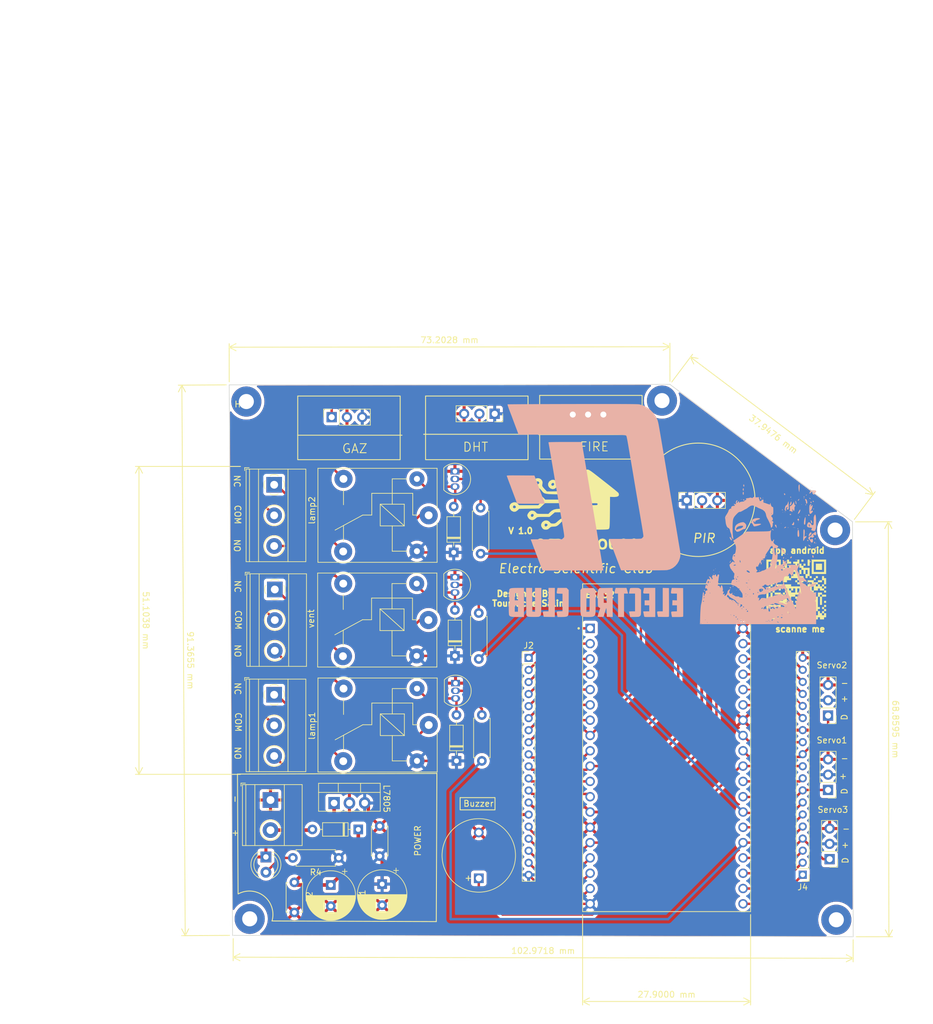
<source format=kicad_pcb>
(kicad_pcb (version 20221018) (generator pcbnew)
  (layers (0 "F.Cu" signal) (31 "B.Cu" signal) (34 "B.Paste" user) (35 "F.Paste" user) (36 "B.SilkS" user "B.Silkscreen") (37 "F.SilkS" user "F.Silkscreen") (38 "B.Mask" user) (39 "F.Mask" user) (44 "Edge.Cuts" user))
  (net 0 "")
  (net 1 "I05")
  (net 2 "GND1")
  (net 3 "+12V")
  (net 4 "EXR_5V")
  (net 5 "Net-(D1-A)")
  (net 6 "Net-(D2-A)")
  (net 7 "Net-(D3-A)")
  (net 8 "Net-(D4-A)")
  (net 9 "Net-(D5-A)")
  (net 10 "3v3")
  (net 11 "EN")
  (net 12 "VP")
  (net 13 "VN")
  (net 14 "I034")
  (net 15 "I035")
  (net 16 "I032")
  (net 17 "I033")
  (net 18 "I025")
  (net 19 "I026")
  (net 20 "I027")
  (net 21 "I014")
  (net 22 "I012")
  (net 23 "IO13")
  (net 24 "SD2")
  (net 25 "SD3")
  (net 26 "CMD")
  (net 27 "CLK")
  (net 28 "SD0")
  (net 29 "SD1")
  (net 30 "I015")
  (net 31 "I02")
  (net 32 "I00")
  (net 33 "I04")
  (net 34 "I016")
  (net 35 "I017")
  (net 36 "I018")
  (net 37 "I019")
  (net 38 "I021")
  (net 39 "RXD0")
  (net 40 "TXD0")
  (net 41 "I022")
  (net 42 "I023")
  (net 43 "Net-(J12-Pin_1)")
  (net 44 "Net-(J12-Pin_2)")
  (net 45 "Net-(J12-Pin_3)")
  (net 46 "Net-(J13-Pin_1)")
  (net 47 "Net-(J13-Pin_2)")
  (net 48 "Net-(J13-Pin_3)")
  (net 49 "Net-(J14-Pin_1)")
  (net 50 "Net-(J14-Pin_2)")
  (net 51 "Net-(J14-Pin_3)")
  (net 52 "Net-(Q1-B)")
  (net 53 "Net-(Q2-B)")
  (net 54 "Net-(Q3-B)")
  (footprint "img:logoapp" (layer "F.Cu") (at 122.170791 107.743591)
    (fp_text reference "G***" hide)
    (fp_text value "LOGO" hide)
  )
  (footprint "Package_TO_SOT_THT:TO-220-3_Vertical" (layer "F.Cu") (at 45.466 143.2358)
    (fp_text reference "U3" hide)
    (fp_text value "L7805" hide)
  )
  (footprint "MountingHole:MountingHole_2.5mm_Pad_TopBottom" (layer "F.Cu") (at 31.4452 162.4584)
    (fp_text reference "H2" hide)
    (fp_text value "MountingHole")
  )
  (footprint "Resistor_THT:R_Axial_DIN0207_L6.3mm_D2.5mm_P7.62mm_Horizontal" (layer "F.Cu") (at 46.228 152.3492 180)
    (fp_text reference "R4")
    (fp_text value "R")
  )
  (footprint "Capacitor_THT:CP_Radial_D8.0mm_P3.50mm" (layer "F.Cu") (at 53.4416 156.690949 -90)
    (fp_text reference "C3" hide)
    (fp_text value "C_Polarized_Small_US")
  )
  (footprint "LED_THT:LED_D4.0mm" (layer "F.Cu") (at 34.1376 152.1918 -90)
    (fp_text reference "D5" hide)
    (fp_text value "LED")
  )
  (footprint "Connector_PinHeader_2.00mm:PinHeader_1x19_P2.00mm_Vertical" (layer "F.Cu") (at 77.7748 119.158)
    (fp_text reference "J2")
    (fp_text value "Conn_01x19_Female" hide)
  )
  (footprint "Buzzer_Beeper:MagneticBuzzer_ProSignal_ABI-010-RC" (layer "F.Cu") (at 69.4944 155.7328 90)
    (fp_text reference "BZ1" hide)
    (fp_text value "Buzzer")
  )
  (footprint "MountingHole:MountingHole_2.5mm_Pad_TopBottom" (layer "F.Cu") (at 30.8864 76.6064)
    (fp_text reference "H1")
    (fp_text value "MountingHole")
  )
  (footprint "Connector_PinSocket_2.54mm:PinSocket_1x03_P2.54mm_Vertical" (layer "F.Cu") (at 72.136 78.6384 -90)
    (fp_text reference "J15" hide)
    (fp_text value "dht")
  )
  (footprint "Diode_THT:D_DO-35_SOD27_P7.62mm_Horizontal" (layer "F.Cu") (at 65.3288 101.6508 90)
    (fp_text reference "D2" hide)
    (fp_text value "1N4448")
  )
  (footprint "Diode_THT:D_DO-35_SOD27_P7.62mm_Horizontal" (layer "F.Cu") (at 65.786 136.2456 90)
    (fp_text reference "D1" hide)
    (fp_text value "1N4448")
  )
  (footprint "Capacitor_THT:C_Disc_D4.7mm_W2.5mm_P5.00mm" (layer "F.Cu") (at 38.862 156.4024 -90)
    (fp_text reference "C2")
    (fp_text value "C_Small")
  )
  (footprint "Connector_PinHeader_2.54mm:PinHeader_1x03_P2.54mm_Vertical" (layer "F.Cu") (at 127.508 141.0716 180)
    (fp_text reference "J9" hide)
    (fp_text value "servo1")
  )
  (footprint "Package_TO_SOT_THT:TO-92_Inline" (layer "F.Cu") (at 65.532 88.1888 -90)
    (fp_text reference "Q2" hide)
    (fp_text value "2N3904")
  )
  (footprint "Resistor_THT:R_Axial_DIN0207_L6.3mm_D2.5mm_P7.62mm_Horizontal" (layer "F.Cu") (at 70.0024 136.2456 90)
    (fp_text reference "R1" hide)
    (fp_text value "R")
  )
  (footprint "Relay_THT:Relay_SPDT_SANYOU_SRD_Series_Form_C" (layer "F.Cu") (at 61.1828 130.2956 180)
    (fp_text reference "K1" hide)
    (fp_text value "relay1" hide)
  )
  (footprint "Resistor_THT:R_Axial_DIN0207_L6.3mm_D2.5mm_P7.62mm_Horizontal" (layer "F.Cu") (at 69.4944 119.3292 90)
    (fp_text reference "R3" hide)
    (fp_text value "R")
  )
  (footprint "Diode_THT:D_DO-35_SOD27_P7.62mm_Horizontal" (layer "F.Cu") (at 49.4792 147.6248 180)
    (fp_text reference "D4" hide)
    (fp_text value "1N4448" hide)
  )
  (footprint "Connector_PinSocket_2.54mm:PinSocket_1x03_P2.54mm_Vertical" (layer "F.Cu") (at 104.0384 93.0148 90)
    (fp_text reference "J7" hide)
    (fp_text value "PIR")
  )
  (footprint "Connector_PinHeader_2.54mm:PinHeader_1x03_P2.54mm_Vertical" (layer "F.Cu") (at 127.508 128.7272 180)
    (fp_text reference "J10" hide)
    (fp_text value "servo2")
  )
  (footprint "Capacitor_THT:C_Disc_D4.7mm_W2.5mm_P5.00mm" (layer "F.Cu") (at 53.0352 152.0552 90)
    (fp_text reference "C4" hide)
    (fp_text value "C_Small")
  )
  (footprint "MountingHole:MountingHole_2.5mm_Pad_TopBottom" (layer "F.Cu") (at 99.9236 76.454)
    (fp_text reference "H3" hide)
    (fp_text value "MountingHole")
  )
  (footprint "TerminalBlock_Phoenix:TerminalBlock_Phoenix_MKDS-1,5-2_1x02_P5.00mm_Horizontal" (layer "F.Cu") (at 34.8994 142.7372 -90)
    (fp_text reference "J5" hide)
    (fp_text value "Screw_Terminal_01x02" hide)
  )
  (footprint "Package_TO_SOT_THT:TO-92_Inline" (layer "F.Cu") (at 65.532 105.7656 -90)
    (fp_text reference "Q3" hide)
    (fp_text value "2N3904")
  )
  (footprint "Connector_PinSocket_2.54mm:PinSocket_1x03_P2.54mm_Vertical" (layer "F.Cu") (at 85.105 78.7658 90)
    (fp_text reference "J8" hide)
    (fp_text value "FIRE")
  )
  (footprint "Capacitor_THT:CP_Radial_D8.0mm_P3.50mm" (layer "F.Cu") (at 44.9072 156.843349 -90)
    (fp_text reference "C1")
    (fp_text value "C_Polarized_Small_US" hide)
  )
  (footprint "Relay_THT:Relay_SPDT_SANYOU_SRD_Series_Form_C" (layer "F.Cu") (at 61.132 112.8712 180)
    (fp_text reference "K3" hide)
    (fp_text value "relay1")
  )
  (footprint "TerminalBlock_Phoenix:TerminalBlock_Phoenix_MKDS-1,5-3-5.08_1x03_P5.08mm_Horizontal" (layer "F.Cu") (at 35.5092 125.2728 -90)
    (fp_text reference "J12" hide)
    (fp_text value "Conn_01x03" hide)
  )
  (footprint "TerminalBlock_Phoenix:TerminalBlock_Phoenix_MKDS-1,5-3-5.08_1x03_P5.08mm_Horizontal" (layer "F.Cu") (at 35.509 90.419 -90)
    (fp_text reference "J13" hide)
    (fp_text value "Conn_01x03" hide)
  )
  (footprint "MountingHole:MountingHole_2.5mm_Pad_TopBottom" (layer "F.Cu") (at 128.6764 97.9424)
    (fp_text reference "H5" hide)
    (fp_text value "MountingHole")
  )
  (footprint "Connector_PinSocket_2.54mm:PinSocket_1x03_P2.54mm_Vertical" (layer "F.Cu") (at 45.0596 79.1972 90)
    (fp_text reference "J6" hide)
    (fp_text value "GAZ")
  )
  (footprint "esp:MODULE_ESP32-DEVKITC-32D" (layer "F.Cu") (at 100.6856 134.0092)
    (fp_text reference "U1" hide)
    (fp_text value "ESP32-DEVKITC-32D")
  )
  (footprint "Relay_THT:Relay_SPDT_SANYOU_SRD_Series_Form_C" (layer "F.Cu") (at 61.1716 95.4928 180)
    (fp_text reference "K2" hide)
    (fp_text value "relay1")
  )
  (footprint "Diode_THT:D_DO-35_SOD27_P7.62mm_Horizontal" (layer "F.Cu") (at 65.532 118.8212 90)
    (fp_text reference "D3" hide)
    (fp_text value "1N4448")
  )
  (footprint "Connector_PinHeader_2.54mm:PinHeader_1x03_P2.54mm_Vertical" (layer "F.Cu") (at 127.762 152.5524 180)
    (fp_text reference "J11" hide)
    (fp_text value "servo3")
  )
  (footprint "Resistor_THT:R_Axial_DIN0207_L6.3mm_D2.5mm_P7.62mm_Horizontal" (layer "F.Cu") (at 69.7992 101.854 90)
    (fp_text reference "R2" hide)
    (fp_text value "R")
  )
  (footprint "img:logo7" (layer "F.Cu") (at 85.4964 93.726)
    (fp_text reference "G***" hide)
    (fp_text value "LOGO" hide)
  )
  (footprint "Package_TO_SOT_THT:TO-92_Inline" (layer "F.Cu") (at 65.6292 123.3424 -90)
    (fp_text reference "Q1" hide)
    (fp_text value "2N3904")
  )
  (footprint "TerminalBlock_Phoenix:TerminalBlock_Phoenix_MKDS-1,5-3-5.08_1x03_P5.08mm_Horizontal" (layer "F.Cu") (at 35.6108 107.7976 -90)
    (fp_text reference "J14" hide)
    (fp_text value "Conn_01x03" hide)
  )
  (footprint "MountingHole:MountingHole_2.5mm_Pad_TopBottom" (layer "F.Cu") (at 128.8796 162.6108)
    (fp_text reference "H4" hide)
    (fp_text value "MountingHole")
  )
  (footprint "Connector_PinHeader_2.00mm:PinHeader_1x19_P2.00mm_Vertical" (layer "F.Cu") (at 123.2916 155.1392 180)
    (fp_text reference "J4")
    (fp_text value "Conn_01x19_Female")
  )
  (footprint "img:logog17" (layer "B.Cu") (at 115.8748 101.9556 180)
    (fp_text reference "G***" hide)
    (fp_text value "LOGO" hide)
  )
  (footprint "img:elec1" (layer "B.Cu") (at 88.4936 94.3356 180)
    (fp_text reference "")
    (fp_text value "LOGO" hide)
  )
  (gr_line (start 60.325 82.042) (end 77.6478 82.042) (stroke (width 0.15)) (layer "F.SilkS"))
  (gr_rect (start 66.3956 142.3416) (end 72.1868 144.3736) (stroke (width 0.15)) (fill none) (layer "F.SilkS"))
  (gr_rect (start 60.6552 75.692) (end 77.6732 86.2584) (stroke (width 0.15)) (fill none) (layer "F.SilkS"))
  (gr_rect (start 79.6036 75.5904) (end 96.6216 86.1568) (stroke (width 0.15)) (fill none) (layer "F.SilkS"))
  (gr_line (start 29.4132 138.43) (end 62.5348 138.3284) (stroke (width 0.15)) (layer "F.SilkS"))
  (gr_rect (start 39.4208 75.692) (end 56.4388 86.2584) (stroke (width 0.15)) (fill none) (layer "F.SilkS"))
  (gr_line (start 39.4208 82.1944) (end 56.7436 82.1944) (stroke (width 0.15)) (layer "F.SilkS"))
  (gr_circle (center 105.955492 92.9132) (end 112.610292 86.2584) (stroke (width 0.15)) (fill none) (layer "F.SilkS"))
  (gr_line (start 62.4332 162.9156) (end 35.1536 162.814) (stroke (width 0.15)) (layer "F.SilkS"))
  (gr_line (start 62.5348 138.2776) (end 62.4332 162.9156) (stroke (width 0.15)) (layer "F.SilkS"))
  (gr_arc (start 29.532654 158.32546) (mid 33.836268 158.699886) (end 35.1536 162.814) (stroke (width 0.15)) (layer "F.SilkS"))
  (gr_line (start 29.5148 158.2928) (end 29.4132 138.43) (stroke (width 0.15)) (layer "F.SilkS"))
  (gr_line (start 79.4258 82.0928) (end 96.7486 82.0928) (stroke (width 0.15)) (layer "F.SilkS"))
  (gr_line (start 131.6736 165.4302) (end 131.572 96.5708) (stroke (width 0.1)) (layer "Edge.Cuts"))
  (gr_line (start 131.572 96.5708) (end 101.2444 73.7616) (stroke (width 0.1)) (layer "Edge.Cuts"))
  (gr_line (start 28.0416 73.8378) (end 101.2444 73.7616) (stroke (width 0.1)) (layer "Edge.Cuts"))
  (gr_line (start 28.6004 165.2016) (end 28.0416 73.8378) (stroke (width 0.1)) (layer "Edge.Cuts"))
  (gr_line (start 131.6736 165.4302) (end 28.6004 165.2016) (stroke (width 0.1)) (layer "Edge.Cuts"))
  (gr_text "scanne me" (at 118.618 114.9604) (layer "F.SilkS") (effects (font (size 1 1) (thickness 0.25) bold) (justify left bottom)))
  (gr_text "COM" (at 28.956 128.1176 -90) (layer "F.SilkS") (effects (font (size 1 1)) (justify left bottom)))
  (gr_text "GAZ" (at 46.6852 85.2932) (layer "F.SilkS") (effects (font (size 1.5 1.5)) (justify left bottom)))
  (gr_text "vent" (at 42.2148 114.3 90) (layer "F.SilkS") (effects (font (size 1 1)) (justify left bottom)))
  (gr_text "+\n" (at 129.286 139.3444) (layer "F.SilkS") (effects (font (size 1 1)) (justify left bottom)))
  (gr_text "POWER" (at 59.944 152.146 90) (layer "F.SilkS") (effects (font (size 1 1)) (justify left bottom)))
  (gr_text "D" (at 130.81 129.5908 90) (layer "F.SilkS") (effects (font (size 1 1)) (justify left bottom)))
  (gr_text "Servo2\n" (at 125.5268 120.9548) (layer "F.SilkS") (effects (font (size 1 1)) (justify left bottom)))
  (gr_text "lamp1" (at 42.3672 132.842 90) (layer "F.SilkS") (effects (font (size 1 1)) (justify left bottom)))
  (gr_text "ESP32" (at 89.5604 109.2708) (layer "F.SilkS") (effects (font (size 1 1) (thickness 0.25) bold italic) (justify bottom)))
  (gr_text "PIR" (at 104.902 100.1776) (layer "F.SilkS") (effects (font (size 1.5 1.5) (thickness 0.2) bold italic) (justify left bottom)))
  (gr_text "+" (at 129.54 126.492) (layer "F.SilkS") (effects (font (size 1 1)) (justify left bottom)))
  (gr_text "Servo3" (at 125.6792 144.9324) (layer "F.SilkS") (effects (font (size 1 1)) (justify left bottom)))
  (gr_text "-" (at 129.794 148.082) (layer "F.SilkS") (effects (font (size 1 1)) (justify left bottom)))
  (gr_text "+" (at 129.6416 150.7744) (layer "F.SilkS") (effects (font (size 1 1)) (justify left bottom)))
  (gr_text "Electro Scientific Club" (at 72.644 105.2068) (layer "F.SilkS") (effects (font (size 1.5 1.5) (thickness 0.2) bold italic) (justify left bottom)))
  (gr_text "FIRE\n" (at 86.1568 84.9884) (layer "F.SilkS") (effects (font (size 1.5 1.5)) (justify left bottom)))
  (gr_text "COM" (at 28.956 111.1504 -90) (layer "F.SilkS") (effects (font (size 1 1)) (justify left bottom)))
  (gr_text "app android" (at 117.6528 101.9048) (layer "F.SilkS") (effects (font (size 1 1) (thickness 0.25) bold) (justify left bottom)))
  (gr_text " Designed By \nToumache Salim\n" (at 71.5772 110.6932) (layer "F.SilkS") (effects (font (size 1 1) (thickness 0.25) bold) (justify left bottom)))
  (gr_text "NC" (at 28.7528 88.6968 -90) (layer "F.SilkS") (effects (font (size 1 1)) (justify left bottom)))
  (gr_text "-" (at 129.54 136.398) (layer "F.SilkS") (effects (font (size 1 1)) (justify left bottom)))
  (gr_text "NC" (at 28.8544 123.1392 -90) (layer "F.SilkS") (effects (font (size 1 1)) (justify left bottom)))
  (gr_text "NC" (at 28.8544 106.172 -90) (layer "F.SilkS") (effects (font (size 1 1)) (justify left bottom)))
  (gr_text "NO" (at 28.7528 99.3648 -90) (layer "F.SilkS") (effects (font (size 1 1)) (justify left bottom)))
  (gr_text "-" (at 29.5148 143.3068 90) (layer "F.SilkS") (effects (font (size 1 1)) (justify left bottom)))
  (gr_text "DHT" (at 66.7512 85.0392) (layer "F.SilkS") (effects (font (size 1.5 1.5)) (justify left bottom)))
  (gr_text "D" (at 130.81 141.8844 90) (layer "F.SilkS") (effects (font (size 1 1)) (justify left bottom)))
  (gr_text "Buzzer" (at 66.8528 143.9164) (layer "F.SilkS") (effects (font (size 1 1)) (justify left bottom)))
  (gr_text "Servo1" (at 125.5268 133.4008) (layer "F.SilkS") (effects (font (size 1 1)) (justify left bottom)))
  (gr_text "NO" (at 28.8544 116.84 -90) (layer "F.SilkS") (effects (font (size 1 1)) (justify left bottom)))
  (gr_text "COM" (at 28.8544 93.6752 -90) (layer "F.SilkS") (effects (font (size 1 1)) (justify left bottom)))
  (gr_text "+" (at 28.3464 148.7424) (layer "F.SilkS") (effects (font (size 1 1)) (justify left bottom)))
  (gr_text "V 1.0" (at 74.2696 98.6536) (layer "F.SilkS") (effects (font (size 1 1) (thickness 0.25) bold) (justify left bottom)))
  (gr_text "D" (at 130.9624 153.3652 90) (layer "F.SilkS") (effects (font (size 1 1)) (justify left bottom)))
  (gr_text "L7805" (at 53.594 140.1064 270) (layer "F.SilkS") (effects (font (size 1 1)) (justify left bottom)))
  (gr_text "NO" (at 28.8544 133.8072 -90) (layer "F.SilkS") (effects (font (size 1 1)) (justify left bottom)))
  (gr_text "lamp2" (at 42.3672 97.0788 90) (layer "F.SilkS") (effects (font (size 1 1)) (justify left bottom)))
  (gr_text "-\n" (at 129.54 123.9012) (layer "F.SilkS") (effects (font (size 1 1)) (justify left bottom)))
  (dimension (type aligned) (layer "F.SilkS") (pts (xy 101.2444 73.7616) (xy 28.0416 73.8378)) (height 6.248922) (gr_text "73.2028 mm" (at 64.635298 66.400782 0.05964166428) (layer "F.SilkS") (effects (font (size 1 1) (thickness 0.15)))) (format (units 3) (units_format 1) (precision 4)) (style (thickness 0.15) (arrow_length 1.27) (text_position_mode 0) (extension_height 0.58642) (extension_offset 0.5) keep_text_aligned))
  (dimension (type aligned) (layer "F.SilkS") (pts (xy 86.7356 161.2592) (xy 114.6356 161.2592)) (height 14.9152) (gr_text "27.9000 mm" (at 100.6856 175.0244) (layer "F.SilkS") (effects (font (size 1 1) (thickness 0.15)))) (format (units 3) (units_format 1) (precision 4)) (style (thickness 0.15) (arrow_length 1.27) (text_position_mode 0) (extension_height 0.58642) (extension_offset 0.5) keep_text_aligned))
  (dimension (type aligned) (layer "F.SilkS") (pts (xy 131.572 96.5708) (xy 131.6736 165.4302)) (height -5.937344) (gr_text "68.8595 mm" (at 138.710137 130.990043 270.0845382) (layer "F.SilkS") (effects (font (size 1 1) (thickness 0.15)))) (format (units 3) (units_format 1) (precision 4)) (style (thickness 0.15) (arrow_length 1.27) (text_position_mode 0) (extension_height 0.58642) (extension_offset 0.5) keep_text_aligned))
  (dimension (type aligned) (layer "F.SilkS") (pts (xy 28.702 165.2524) (xy 131.6736 165.4302)) (height 3.573661) (gr_text "102.9718 mm" (at 80.183615 167.764958 359.9010681) (layer "F.SilkS") (effects (font (size 1 1) (thickness 0.15)))) (format (units 3) (units_format 1) (precision 4)) (style (thickness 0.15) (arrow_length 1.27) (text_position_mode 0) (extension_height 0.58642) (extension_offset 0.5) keep_text_aligned))
  (dimension (type aligned) (layer "F.SilkS") (pts (xy 30.409 87.379) (xy 30.4092 138.4828)) (height 17.354069) (gr_text "51.1038 mm" (at 14.205031 112.930964 270.0002242) (layer "F.SilkS") (effects (font (size 1 1) (thickness 0.15)))) (format (units 3) (units_format 1) (precision 4)) (style (thickness 0.15) (arrow_length 1.27) (text_position_mode 0) (extension_height 0.58642) (extension_offset 0.5) keep_text_aligned))
  (dimension (type aligned) (layer "F.SilkS") (pts (xy 101.2444 73.7616) (xy 131.572 96.5708)) (height -5.66629) (gr_text "37.9476 mm" (at 118.4148 82.042 323.0534012) (layer "F.SilkS") (effects (font (size 1 1) (thickness 0.15)))) (format (units 3) (units_format 1) (precision 4)) (style (thickness 0.15) (arrow_length 1.27) (text_position_mode 2) (extension_height 0.58642) (extension_offset 0.5) keep_text_aligned))
  (dimension (type aligned) (layer "F.SilkS") (pts (xy 28.0416 73.8378) (xy 28.6004 165.2016)) (height 7.864405) (gr_text "91.3655 mm" (at 21.60672 119.560765 270.3504285) (layer "F.SilkS") (effects (font (size 1 1) (thickness 0.15)))) (format (units 3) (units_format 1) (precision 4)) (style (thickness 0.15) (arrow_length 1.27) (text_position_mode 0) (extension_height 0.58642) (extension_offset 0.5) keep_text_aligned))
  (segment (start 69.4944 155.7328) (end 69.4944 157.7848) (width 0.4) (layer "F.Cu") (net 1))
  (segment (start 73.4568 161.7472) (end 88.3412 161.7472) (width 0.4) (layer "F.Cu") (net 1))
  (segment (start 112.9792 137.1092) (end 113.3856 137.1092) (width 0.4) (layer "F.Cu") (net 1))
  (segment (start 69.4944 157.7848) (end 73.4568 161.7472) (width 0.4) (layer "F.Cu") (net 1))
  (segment (start 123.2616 137.1092) (end 123.2916 137.1392) (width 0.4) (layer "F.Cu") (net 1))
  (segment (start 88.3412 161.7472) (end 112.9792 137.1092) (width 0.4) (layer "F.Cu") (net 1))
  (segment (start 113.3856 137.1092) (end 123.2616 137.1092) (width 0.4) (layer "F.Cu") (net 1))
  (segment (start 44.9072 156.843349) (end 39.302949 156.843349) (width 0.6) (layer "F.Cu") (net 3))
  (segment (start 49.4792 147.6248) (end 49.4792 152.271349) (width 0.6) (layer "F.Cu") (net 3))
  (segment (start 49.4792 152.271349) (end 44.9072 156.843349) (width 0.6) (layer "F.Cu") (net 3))
  (segment (start 45.466 149.7984) (end 38.862 156.4024) (width 0.6) (layer "F.Cu") (net 3))
  (segment (start 45.466 143.2358) (end 45.466 149.7984) (width 0.6) (layer "F.Cu") (net 3))
  (segment (start 39.302949 156.843349) (end 38.862 156.4024) (width 0.6) (layer "F.Cu") (net 3))
  (segment (start 51.992149 156.690949) (end 53.4416 156.690949) (width 0.55) (layer "F.Cu") (net 4))
  (segment (start 65.532 118.8212) (end 59.182 118.8212) (width 0.4) (layer "F.Cu") (net 4))
  (segment (start 59.4296 101.6508) (end 59.2216 101.4428) (width 0.4) (layer "F.Cu") (net 4))
  (segment (start 51.1556 155.8544) (end 51.992149 156.690949) (width 0.55) (layer "F.Cu") (net 4))
  (segment (start 50.546 143.2358) (end 51.1556 143.8454) (width 0.55) (layer "F.Cu") (net 4))
  (segment (start 82.586 159.9692) (end 77.7748 155.158) (width 0.4) (layer "F.Cu") (net 4))
  (segment (start 51.1556 143.8454) (end 51.1556 155.8544) (width 0.55) (layer "F.Cu") (net 4))
  (segment (start 65.3288 101.6508) (end 59.4296 101.6508) (width 0.4) (layer "F.Cu") (net 4))
  (segment (start 53.4416 152.4616) (end 53.0352 152.0552) (width 0.55) (layer "F.Cu") (net 4))
  (segment (start 53.4416 156.690949) (end 53.4416 152.4616) (width 0.55) (layer "F.Cu") (net 4))
  (segment (start 87.9856 159.9692) (end 82.586 159.9692) (width 0.4) (layer "F.Cu") (net 4))
  (segment (start 65.786 136.2456) (end 59.2328 136.2456) (width 0.4) (layer "F.Cu") (net 4))
  (segment (start 65.786 128.6256) (end 65.786 126.0392) (width 0.4) (layer "F.Cu") (net 5))
  (segment (start 60.8696 125.8824) (end 59.2328 124.2456) (width 0.4) (layer "F.Cu") (net 5))
  (segment (start 65.786 126.0392) (end 65.6292 125.8824) (width 0.4) (layer "F.Cu") (net 5))
  (segment (start 65.6292 125.8824) (end 60.8696 125.8824) (width 0.4) (layer "F.Cu") (net 5))
  (segment (start 65.5828 90.7796) (end 65.532 90.7288) (width 0.4) (layer "F.Cu") (net 6))
  (segment (start 65.532 90.7288) (end 60.5076 90.7288) (width 0.4) (layer "F.Cu") (net 6))
  (segment (start 65.5828 93.7768) (end 65.5828 90.7796) (width 0.4) (layer "F.Cu") (net 6))
  (segment (start 60.5076 90.7288) (end 59.2216 89.4428) (width 0.4) (layer "F.Cu") (net 6))
  (segment (start 65.3288 94.0308) (end 65.5828 93.7768) (width 0.4) (layer "F.Cu") (net 6))
  (segment (start 65.532 111.2012) (end 65.532 108.3056) (width 0.4) (layer "F.Cu") (net 7))
  (segment (start 60.3814 108.3056) (end 65.532 108.3056) (width 0.4) (layer "F.Cu") (net 7))
  (segment (start 59.182 106.8212) (end 59.182 107.1062) (width 0.4) (layer "F.Cu") (net 7))
  (segment (start 59.182 107.1062) (end 60.3814 108.3056) (width 0.4) (layer "F.Cu") (net 7))
  (segment (start 41.7468 147.7372) (end 35.5708 147.7372) (width 0.6) (layer "F.Cu") (net 8))
  (segment (start 41.8592 147.6248) (end 41.7468 147.7372) (width 0.4) (layer "F.Cu") (net 8))
  (segment (start 41.7976 147.6864) (end 41.8592 147.6248) (width 0.4) (layer "F.Cu") (net 8))
  (segment (start 35.5708 147.7372) (end 35.56 147.7264) (width 0.4) (layer "F.Cu") (net 8))
  (segment (start 36.5202 152.3492) (end 34.1376 154.7318) (width 0.4) (layer "F.Cu") (net 9))
  (segment (start 38.608 152.3492) (end 36.5202 152.3492) (width 0.4) (layer "F.Cu") (net 9))
  (segment (start 87.9856 114.2492) (end 82.6836 114.2492) (width 0.4) (layer "F.Cu") (net 10))
  (segment (start 82.6836 114.2492) (end 77.7748 119.158) (width 0.4) (layer "F.Cu") (net 10))
  (segment (start 82.1436 116.7892) (end 77.7748 121.158) (width 0.4) (layer "F.Cu") (net 11))
  (segment (start 87.9856 116.7892) (end 82.1436 116.7892) (width 0.4) (layer "F.Cu") (net 11))
  (segment (start 81.6036 119.3292) (end 77.7748 123.158) (width 0.4) (layer "F.Cu") (net 12))
  (segment (start 87.9856 119.3292) (end 81.6036 119.3292) (width 0.4) (layer "F.Cu") (net 12))
  (segment (start 81.0636 121.8692) (end 77.7748 125.158) (width 0.4) (layer "F.Cu") (net 13))
  (segment (start 87.9856 121.8692) (end 81.0636 121.8692) (width 0.4) (layer "F.Cu") (net 13))
  (segment (start 80.5236 124.4092) (end 77.7748 127.158) (width 0.4) (layer "F.Cu") (net 14))
  (segment (start 87.9856 124.4092) (end 80.5236 124.4092) (width 0.4) (layer "F.Cu") (net 14))
  (segment (start 87.9856 126.9492) (end 79.9836 126.9492) (width 0.4) (layer "F.Cu") (net 15))
  (segment (start 79.9836 126.9492) (end 77.7748 129.158) (width 0.4) (layer "F.Cu") (net 15))
  (segment (start 79.4436 129.4892) (end 77.7748 131.158) (width 0.4) (layer "F.Cu") (net 16))
  (segment (start 87.9856 129.4892) (end 79.4436 129.4892) (width 0.4) (layer "F.Cu") (net 16))
  (segment (start 96.4184 123.5964) (end 87.9856 132.0292) (width 0.4) (layer "F.Cu") (net 17))
  (segment (start 87.0712 131.1148) (end 79.818 131.1148) (width 0.4) (layer "F.Cu") (net 17))
  (segment (start 79.818 131.1148) (end 77.7748 133.158) (width 0.4) (layer "F.Cu") (net 17))
  (segment (start 47.3964 74.9808) (end 59.436 74.9808) (width 0.4) (layer "F.Cu") (net 17))
  (segment (start 45.0596 77.3176) (end 47.3964 74.9808) (width 0.4) (layer "F.Cu") (net 17))
  (segment (start 87.9856 132.0292) (end 87.0712 131.1148) (width 0.4) (layer "F.Cu") (net 17))
  (segment (start 45.0596 79.1972) (end 45.0596 77.3176) (width 0.4) (layer "F.Cu") (net 17))
  (segment (start 59.436 74.9808) (end 96.4184 111.9632) (width 0.4) (layer "F.Cu") (net 17))
  (segment (start 96.4184 111.9632) (end 96.4184 123.5964) (width 0.4) (layer "F.Cu") (net 17))
  (segment (start 87.9856 134.5692) (end 86.868 135.6868) (width 0.4) (layer "F.Cu") (net 18))
  (segment (start 86.868 135.6868) (end 78.3036 135.6868) (width 0.4) (layer "F.Cu") (net 18))
  (segment (start 78.3036 135.6868) (end 77.7748 135.158) (width 0.4) (layer "F.Cu") (net 18))
  (segment (start 102.616 125.3236) (end 90.8304 137.1092) (width 0.4) (layer "F.Cu") (net 19))
  (segment (start 87.9856 137.1092) (end 87.376 137.7188) (width 0.4) (layer "F.Cu") (net 19))
  (segment (start 102.616 113.538) (end 102.616 125.3236) (width 0.4) (layer "F.Cu") (net 19))
  (segment (start 90.8304 137.1092) (end 87.9856 137.1092) (width 0.4) (layer "F.Cu") (net 19))
  (segment (start 69.596 78.6384) (end 69.596 80.518) (width 0.4) (layer "F.Cu") (net 19))
  (segment (start 69.596 80.518) (end 102.616 113.538) (width 0.4) (layer "F.Cu") (net 19))
  (segment (start 78.3356 137.7188) (end 77.7748 137.158) (width 0.4) (layer "F.Cu") (net 19))
  (segment (start 87.376 137.7188) (end 78.3356 137.7188) (width 0.4) (layer "F.Cu") (net 19))
  (segment (start 78.266 139.6492) (end 77.7748 139.158) (width 0.4) (layer "F.Cu") (net 20))
  (segment (start 87.9856 139.6492) (end 78.266 139.6492) (width 0.4) (layer "F.Cu") (net 20))
  (segment (start 87.5284 141.732) (end 78.3488 141.732) (width 0.4) (layer "F.Cu") (net 21))
  (segment (start 87.9856 142.1892) (end 87.5284 141.732) (width 0.4) (layer "F.Cu") (net 21))
  (segment (start 78.3488 141.732) (end 77.7748 141.158) (width 0.4) (layer "F.Cu") (net 21))
  (segment (start 106.5784 93.0148) (end 106.5276 93.0656) (width 0.4) (layer "F.Cu") (net 22))
  (segment (start 87.1728 143.9164) (end 78.5332 143.9164) (width 0.46) (layer "F.Cu") (net 22))
  (segment (start 87.9856 144.7292) (end 87.1728 143.9164) (width 0.46) (layer "F.Cu") (net 22))
  (segment (start 106.5276 128.2192) (end 90.0176 144.7292) (width 0.46) (layer "F.Cu") (net 22))
  (segment (start 106.5276 93.0656) (end 106.5276 128.2192) (width 0.46) (layer "F.Cu") (net 22))
  (segment (start 90.0176 144.7292) (end 87.9856 144.7292) (width 0.46) (layer "F.Cu") (net 22))
  (segment (start 78.5332 143.9164) (end 77.7748 143.158) (width 0.46) (layer "F.Cu") (net 22))
  (segment (start 86.4108 151.384) (end 81.7372 151.384) (width 0.4) (layer "F.Cu") (net 23))
  (segment (start 112.1664 89.408) (end 112.1664 111.76) (width 0.4) (layer "F.Cu") (net 23))
  (segment (start 85.105 82.057) (end 92.456 89.408) (width 0.4) (layer "F.Cu") (net 23))
  (segment (start 108.966 114.9604) (end 108.966 131.8768) (width 0.4) (layer "F.Cu") (net 23))
  (segment (start 91.0336 149.8092) (end 87.9856 149.8092) (width 0.4) (layer "F.Cu") (net 23))
  (segment (start 87.9856 149.8092) (end 86.4108 151.384) (width 0.4) (layer "F.Cu") (net 23))
  (segment (start 112.1664 111.76) (end 108.966 114.9604) (width 0.4) (layer "F.Cu") (net 23))
  (segment (start 85.105 78.7658) (end 85.105 82.057) (width 0.4) (layer "F.Cu") (net 23))
  (segment (start 92.456 89.408) (end 112.1664 89.408) (width 0.4) (layer "F.Cu") (net 23))
  (segment (start 108.966 131.8768) (end 91.0336 149.8092) (width 0.4) (layer "F.Cu") (net 23))
  (segment (start 77.7748 147.4216) (end 77.7748 147.158) (width 0.4) (layer "F.Cu") (net 23))
  (segment (start 81.7372 151.384) (end 77.7748 147.4216) (width 0.4) (layer "F.Cu") (net 23))
  (segment (start 86.6648 153.67) (end 82.2868 153.67) (width 0.4) (layer "F.Cu") (net 24))
  (segment (start 82.2868 153.67) (end 77.7748 149.158) (width 0.4) (layer "F.Cu") (net 24))
  (segment (start 87.9856 152.3492) (end 86.6648 153.67) (width 0.4) (layer "F.Cu") (net 24))
  (segment (start 87.9856 154.8892) (end 86.9188 155.956) (width 0.4) (layer "F.Cu") (net 25))
  (segment (start 86.9188 155.956) (end 82.5728 155.956) (width 0.4) (layer "F.Cu") (net 25))
  (segment (start 82.5728 155.956) (end 77.7748 151.158) (width 0.4) (layer "F.Cu") (net 25))
  (segment (start 87.9856 157.4292) (end 87.122 158.2928) (width 0.4) (layer "F.Cu") (net 26))
  (segment (start 87.122 158.2928) (end 82.9096 158.2928) (width 0.4) (layer "F.Cu") (net 26))
  (segment (start 82.9096 158.2928) (end 77.7748 153.158) (width 0.4) (layer "F.Cu") (net 26))
  (segment (start 123.2916 155.1392) (end 123.2916 155.1432) (width 0.4) (layer "F.Cu") (net 27))
  (segment (start 123.2916 155.1432) (end 118.4656 159.9692) (width 0.4) (layer "F.Cu") (net 27))
  (segment (start 118.4656 159.9692) (end 113.3856 159.9692) (width 0.4) (layer "F.Cu") (net 27))
  (segment (start 113.3856 157.4292) (end 118.9228 157.4292) (width 0.4) (layer "F.Cu") (net 28))
  (segment (start 123.2128 153.1392) (end 123.2916 153.1392) (width 0.4) (layer "F.Cu") (net 28))
  (segment (start 118.9228 157.4292) (end 123.2128 153.1392) (width 0.4) (layer "F.Cu") (net 28))
  (segment (start 113.3856 154.8892) (end 119.5416 154.8892) (width 0.4) (layer "F.Cu") (net 29))
  (segment (start 119.5416 154.8892) (end 123.2916 151.1392) (width 0.4) (layer "F.Cu") (net 29))
  (segment (start 126.7048 152.5524) (end 123.2916 149.1392) (width 0.4) (layer "F.Cu") (net 30))
  (segment (start 113.3856 152.3492) (end 120.0816 152.3492) (width 0.4) (layer "F.Cu") (net 30))
  (segment (start 127.762 152.5524) (end 126.7048 152.5524) (width 0.4) (layer "F.Cu") (net 30))
  (segment (start 120.0816 152.3492) (end 123.2916 149.1392) (width 0.4) (layer "F.Cu") (net 30))
  (segment (start 120.6216 149.8092) (end 123.2916 147.1392) (width 0.4) (layer "F.Cu") (net 31))
  (segment (start 113.3856 149.8092) (end 120.6216 149.8092) (width 0.4) (layer "F.Cu") (net 31))
  (segment (start 113.3856 150.0632) (end 113.3856 149.8092) (width 0.4) (layer "B.Cu") (net 31))
  (segment (start 70.0024 136.2456) (end 64.8208 141.4272) (width 0.4) (layer "B.Cu") (net 31))
  (segment (start 64.8208 162.5092) (end 100.9396 162.5092) (width 0.4) (layer "B.Cu") (net 31))
  (segment (start 64.8208 141.4272) (end 64.8208 162.5092) (width 0.4) (layer "B.Cu") (net 31))
  (segment (start 100.9396 162.5092) (end 113.3856 150.0632) (width 0.4) (layer "B.Cu") (net 31))
  (segment (start 121.1616 147.2692) (end 123.2916 145.1392) (width 0.4) (layer "F.Cu") (net 32))
  (segment (start 113.3856 147.2692) (end 121.1616 147.2692) (width 0.4) (layer "F.Cu") (net 32))
  (segment (start 113.538 144.8816) (end 121.5492 144.8816) (width 0.4) (layer "F.Cu") (net 33))
  (segment (start 121.5492 144.8816) (end 123.2916 143.1392) (width 0.4) (layer "F.Cu") (net 33))
  (segment (start 113.3856 144.7292) (end 113.538 144.8816) (width 0.4) (layer "F.Cu") (net 33))
  (segment (start 93.2688 124.6124) (end 113.3856 144.7292) (width 0.4) (layer "B.Cu") (net 33))
  (segment (start 89.2556 111.4044) (end 93.2688 115.4176) (width 0.4) (layer "B.Cu") (net 33))
  (segment (start 69.4944 119.3292) (end 77.4192 111.4044) (width 0.4) (layer "B.Cu") (net 33))
  (segment (start 93.2688 115.4176) (end 93.2688 124.6124) (width 0.4) (layer "B.Cu") (net 33))
  (segment (start 77.4192 111.4044) (end 89.2556 111.4044) (width 0.4) (layer "B.Cu") (net 33))
  (segment (start 122.1908 142.24) (end 123.2916 141.1392) (width 0.4) (layer "F.Cu") (net 34))
  (segment (start 123.3592 141.0716) (end 123.2916 141.1392) (width 0.4) (layer "F.Cu") (net 34))
  (segment (start 113.4364 142.24) (end 122.1908 142.24) (width 0.4) (layer "F.Cu") (net 34))
  (segment (start 113.3856 142.1892) (end 113.4364 142.24) (width 0.4) (layer "F.Cu") (net 34))
  (segment (start 127.508 141.0716) (end 123.3592 141.0716) (width 0.4) (layer "F.Cu") (net 34))
  (segment (start 113.3856 139.6492) (end 122.7816 139.6492) (width 0.4) (layer "F.Cu") (net 35))
  (segment (start 122.7816 139.6492) (end 123.2916 139.1392) (width 0.4) (layer "F.Cu") (net 35))
  (segment (start 113.3856 134.5692) (end 114.4016 135.5852) (width 0.4) (layer "F.Cu") (net 36))
  (segment (start 114.4016 135.5852) (end 122.8456 135.5852) (width 0.4) (layer "F.Cu") (net 36))
  (segment (start 127.508 128.7272) (end 127.508 130.9228) (width 0.4) (layer "F.Cu") (net 36))
  (segment (start 127.508 130.9228) (end 123.2916 135.1392) (width 0.4) (layer "F.Cu") (net 36))
  (segment (start 122.8456 135.5852) (end 123.2916 135.1392) (width 0.4) (layer "F.Cu") (net 36))
  (segment (start 123.284 133.1468) (end 123.2916 133.1392) (width 0.4) (layer "F.Cu") (net 37))
  (segment (start 114.5032 133.1468) (end 123.284 133.1468) (width 0.4) (layer "F.Cu") (net 37))
  (segment (start 113.3856 132.0292) (end 114.5032 133.1468) (width 0.4) (layer "F.Cu") (net 37))
  (segment (start 83.1088 101.854) (end 113.284 132.0292) (width 0.4) (layer "B.Cu") (net 37))
  (segment (start 113.284 132.0292) (end 113.3856 132.0292) (width 0.4) (layer "B.Cu") (net 37))
  (segment (start 69.7992 101.854) (end 83.1088 101.854) (width 0.4) (layer "B.Cu") (net 37))
  (segment (start 113.3856 126.9492) (end 113.4364 127) (width 0.4) (layer "F.Cu") (net 38))
  (segment (start 121.1524 127) (end 123.2916 129.1392) (width 0.4) (layer "F.Cu") (net 38))
  (segment (start 113.4364 127) (end 121.1524 127) (width 0.4) (layer "F.Cu") (net 38))
  (segment (start 113.3856 124.4092) (end 120.5616 124.4092) (width 0.2847) (layer "F.Cu") (net 39))
  (segment (start 120.5616 124.4092) (end 123.2916 127.1392) (width 0.2847) (layer "F.Cu") (net 39))
  (segment (start 120.0216 121.8692) (end 123.2916 125.1392) (width 0.4) (layer "F.Cu") (net 40))
  (segment (start 113.3856 121.8692) (end 120.0216 121.8692) (width 0.4) (layer "F.Cu") (net 40))
  (segment (start 119.4816 119.3292) (end 123.2916 123.1392) (width 0.4) (layer "F.Cu") (net 41))
  (segment (start 113.3856 119.3292) (end 119.4816 119.3292) (width 0.4) (layer "F.Cu") (net 41))
  (segment (start 113.3856 116.7892) (end 118.9416 116.7892) (width 0.4) (layer "F.Cu") (net 42))
  (segment (start 118.9416 116.7892) (end 123.2916 121.1392) (width 0.4) (layer "F.Cu") (net 42))
  (segment (start 46.9828 136.2956) (end 35.96 125.2728) (width 0.4) (layer "F.Cu") (net 43))
  (segment (start 35.96 125.2728) (end 35.5092 125.2728) (width 0.4) (layer "F.Cu") (net 43))
  (segment (start 32.897359 127.740959) (end 32.897359 123.820641) (width 0.4) (layer "F.Cu") (net 44))
  (segment (start 33.8328 122.8852) (end 45.6724 122.8852) (width 0.4) (layer "F.Cu") (net 44))
  (segment (start 45.6724 122.8852) (end 47.0328 124.2456) (width 0.4) (layer "F.Cu") (net 44))
  (segment (start 32.897359 123.820641) (end 33.8328 122.8852) (width 0.4) (layer "F.Cu") (net 44))
  (segment (start 35.5092 130.3528) (end 32.897359 127.740959) (width 0.4) (layer "F.Cu") (net 44))
  (segment (start 35.5092 135.4328) (end 39.9288 139.8524) (width 0.4) (layer "F.Cu") (net 45))
  (segment (start 39.9288 139.8524) (end 51.626 139.8524) (width 0.4) (layer "F.Cu") (net 45))
  (segment (start 51.626 139.8524) (end 61.1828 130.2956) (width 0.4) (layer "F.Cu") (net 45))
  (segment (start 35.509 90.419) (end 35.8978 90.419) (width 0.4) (layer "F.Cu") (net 46))
  (segment (start 35.8978 90.419) (end 46.9716 101.4928) (width 0.4) (layer "F.Cu") (net 46))
  (segment (start 45.2596 87.6808) (end 47.0216 89.4428) (width 0.4) (layer "F.Cu") (net 47))
  (segment (start 32.7152 89.0016) (end 34.036 87.6808) (width 0.4) (layer "F.Cu") (net 47))
  (segment (start 35.509 95.499) (end 35.5042 95.499) (width 0.4) (layer "F.Cu") (net 47))
  (segment (start 32.7152 92.71) (end 32.7152 89.0016) (width 0.4) (layer "F.Cu") (net 47))
  (segment (start 35.5042 95.499) (end 32.7152 92.71) (width 0.4) (layer "F.Cu") (net 47))
  (segment (start 34.036 87.6808) (end 45.2596 87.6808) (width 0.4) (layer "F.Cu") (net 47))
  (segment (start 51.1048 104.0892) (end 59.7012 95.4928) (width 0.4) (layer "F.Cu") (net 48))
  (segment (start 37.6886 100.579) (end 41.1988 104.0892) (width 0.4) (layer "F.Cu") (net 48))
  (segment (start 59.7012 95.4928) (end 61.1716 95.4928) (width 0.4) (layer "F.Cu") (net 48))
  (segment (start 41.1988 104.0892) (end 51.1048 104.0892) (width 0.4) (layer "F.Cu") (net 48))
  (segment (start 35.509 100.579) (end 37.6886 100.579) (width 0.4) (layer "F.Cu") (net 48))
  (segment (start 35.6108 107.7976) (end 35.8584 107.7976) (width 0.4) (layer "F.Cu") (net 49))
  (segment (start 35.8584 107.7976) (end 46.932 118.8712) (width 0.4) (layer "F.Cu") (net 49))
  (segment (start 33.8328 105.5116) (end 45.6724 105.5116) (width 0.4) (layer "F.Cu") (net 50))
  (segment (start 32.872754 110.139554) (end 32.872754 106.471646) (width 0.4) (layer "F.Cu") (net 50))
  (segment (start 32.872754 106.471646) (end 33.8328 105.5116) (width 0.4) (layer "F.Cu") (net 50))
  (segment (start 35.6108 112.8776) (end 32.872754 110.139554) (width 0.4) (layer "F.Cu") (net 50))
  (segment (start 45.6724 105.5116) (end 46.982 106.8212) (width 0.4) (layer "F.Cu") (net 50))
  (segment (start 51.0032 121.5644) (end 59.6964 112.8712) (width 0.4) (layer "F.Cu") (net 51))
  (segment (start 59.6964 112.8712) (end 61.132 112.8712) (width 0.4) (layer "F.Cu") (net 51))
  (segment (start 35.6108 117.9576) (end 39.2176 121.5644) (width 0.4) (layer "F.Cu") (net 51))
  (segment (start 39.2176 121.5644) (end 51.0032 121.5644) (width 0.4) (layer "F.Cu") (net 51))
  (segment (start 70.0024 127.6096) (end 67.0052 124.6124) (width 0.4) (layer "F.Cu") (net 52))
  (segment (start 70.0024 128.6256) (end 70.0024 127.6096) (width 0.4) (layer "F.Cu") (net 52))
  (segment (start 67.0052 124.6124) (end 65.6292 124.6124) (width 0.4) (layer "F.Cu") (net 52))
  (segment (start 69.7992 92.1512) (end 67.1068 89.4588) (width 0.4) (layer "F.Cu") (net 53))
  (segment (start 69.7992 94.234) (end 69.7992 92.1512) (width 0.4) (layer "F.Cu") (net 53))
  (segment (start 67.1068 89.4588) (end 65.532 89.4588) (width 0.4) (layer "F.Cu") (net 53))
  (segment (start 69.4944 109.6264) (end 66.9036 107.0356) (width 0.4) (layer "F.Cu") (net 54))
  (segment (start 69.4944 111.7092) (end 69.4944 109.6264) (width 0.4) (layer "F.Cu") (net 54))
  (segment (start 66.9036 107.0356) (end 65.532 107.0356) (width 0.4) (layer "F.Cu") (net 54))
  (zone (net 2) (net_name "GND1") (layer "F.Cu") (connect_pads (clearance 0.508)) (min_thickness 0.254) (fill yes (thermal_gap 0.508) (thermal_bridge_width 0.508) (island_removal_mode 2) (island_area_min 10))
    (polygon (pts (xy 28.1432 73.9648) (xy 101.1936 73.8632) (xy 131.4704 96.6216) (xy 131.572 165.354) (xy 28.6512 165.1)))
  )
  (zone (net 4) (net_name "EXR_5V") (layer "B.Cu") (priority 1) (connect_pads (clearance 0.508)) (min_thickness 0.254) (fill yes (thermal_gap 0.508) (thermal_bridge_width 0.508) (island_removal_mode 2) (island_area_min 10))
    (polygon (pts (xy 28.1432 73.9648) (xy 101.1936 73.8632) (xy 131.4704 96.6216) (xy 131.572 165.354) (xy 28.6512 165.1)))
  )
)
</source>
